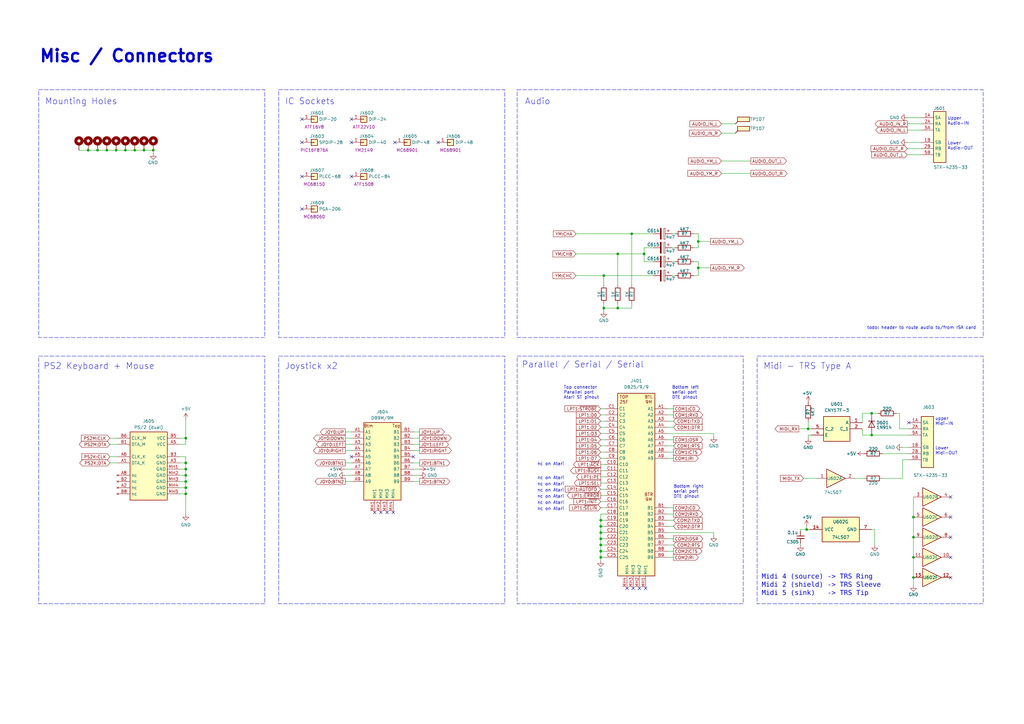
<source format=kicad_sch>
(kicad_sch (version 20230121) (generator eeschema)
  (paper "A3")
  (title_block (title "Raven 68060") (date "2024") (rev "A0") (company "Licensed under CERN-OHL-W v2") (comment 1 "(c)2024 Anders Granlund"))
  (junction (at 264.16 104.14))
  (junction (at 246.38 223.52))
  (junction (at 246.38 218.44))
  (junction (at 253.365 126.365))
  (junction (at 76.2 179.705))
  (junction (at 36.195 61.595))
  (junction (at 259.08 95.885))
  (junction (at 286.385 99.06))
  (junction (at 47.625 61.595))
  (junction (at 55.245 61.595))
  (junction (at 374.65 236.855))
  (junction (at 76.2 202.565))
  (junction (at 374.65 220.345))
  (junction (at 330.835 217.17))
  (junction (at 51.435 61.595))
  (junction (at 76.2 194.945))
  (junction (at 76.2 189.865))
  (junction (at 40.005 61.595))
  (junction (at 59.055 61.595))
  (junction (at 331.47 175.895))
  (junction (at 357.505 178.435))
  (junction (at 43.815 61.595))
  (junction (at 357.505 169.545))
  (junction (at 62.865 61.595))
  (junction (at 247.65 126.365))
  (junction (at 247.65 113.03))
  (junction (at 374.65 228.6))
  (junction (at 246.38 220.98))
  (junction (at 286.385 109.855))
  (junction (at 246.38 226.06))
  (junction (at 374.65 212.09))
  (junction (at 246.38 213.36))
  (junction (at 76.2 192.405))
  (junction (at 246.38 228.6))
  (junction (at 253.365 104.14))
  (junction (at 76.2 197.485))
  (junction (at 246.38 215.9))
  (junction (at 76.2 200.025))
  (no_connect (at 372.745 173.355))
  (no_connect (at 262.255 241.3))
  (no_connect (at 123.825 58.42))
  (no_connect (at 389.89 220.345))
  (no_connect (at 123.825 85.725))
  (no_connect (at 161.29 210.185))
  (no_connect (at 123.825 72.39))
  (no_connect (at 158.75 210.185))
  (no_connect (at 259.715 241.3))
  (no_connect (at 144.145 72.39))
  (no_connect (at 169.545 187.325))
  (no_connect (at 144.145 48.895))
  (no_connect (at 153.67 210.185))
  (no_connect (at 389.89 203.835))
  (no_connect (at 257.175 241.3))
  (no_connect (at 389.89 228.6))
  (no_connect (at 161.925 58.42))
  (no_connect (at 144.145 187.325))
  (no_connect (at 179.705 58.42))
  (no_connect (at 389.89 212.09))
  (no_connect (at 144.145 58.42))
  (no_connect (at 123.825 48.895))
  (no_connect (at 389.89 236.855))
  (no_connect (at 156.21 210.185))
  (no_connect (at 264.795 241.3))
  (wire (pts (xy 357.505 217.17) (xy 358.775 217.17)))
  (wire (pts (xy 361.95 186.055) (xy 372.745 186.055)))
  (wire (pts (xy 76.2 189.865) (xy 76.2 192.405)))
  (wire (pts (xy 32.385 61.595) (xy 36.195 61.595)))
  (wire (pts (xy 236.22 95.885) (xy 259.08 95.885)))
  (wire (pts (xy 358.775 217.17) (xy 358.775 223.52)))
  (wire (pts (xy 284.48 113.03) (xy 286.385 113.03)))
  (wire (pts (xy 292.735 177.8) (xy 292.735 179.07)))
  (wire (pts (xy 47.625 61.595) (xy 51.435 61.595)))
  (wire (pts (xy 295.91 66.04) (xy 307.975 66.04)))
  (wire (pts (xy 253.365 104.14) (xy 253.365 116.84)))
  (wire (pts (xy 370.205 196.215) (xy 370.205 188.595)))
  (wire (pts (xy 45.085 189.865) (xy 48.26 189.865)))
  (wire (pts (xy 259.08 124.46) (xy 259.08 126.365)))
  (wire (pts (xy 246.38 198.12) (xy 248.285 198.12)))
  (wire (pts (xy 236.22 113.03) (xy 247.65 113.03)))
  (wire (pts (xy 286.385 95.885) (xy 284.48 95.885)))
  (wire (pts (xy 55.245 61.595) (xy 59.055 61.595)))
  (wire (pts (xy 246.38 213.36) (xy 248.285 213.36)))
  (wire (pts (xy 367.665 169.545) (xy 368.935 169.545)))
  (wire (pts (xy 246.38 177.8) (xy 248.285 177.8)))
  (wire (pts (xy 172.085 177.165) (xy 169.545 177.165)))
  (wire (pts (xy 370.205 183.515) (xy 372.745 183.515)))
  (wire (pts (xy 273.685 187.96) (xy 276.225 187.96)))
  (wire (pts (xy 76.2 187.325) (xy 76.2 189.865)))
  (wire (pts (xy 73.66 179.705) (xy 76.2 179.705)))
  (wire (pts (xy 353.695 169.545) (xy 357.505 169.545)))
  (wire (pts (xy 141.605 197.485) (xy 144.145 197.485)))
  (wire (pts (xy 253.365 124.46) (xy 253.365 126.365)))
  (wire (pts (xy 273.685 180.34) (xy 276.225 180.34)))
  (wire (pts (xy 372.11 63.5) (xy 377.825 63.5)))
  (wire (pts (xy 332.74 178.435) (xy 331.47 178.435)))
  (wire (pts (xy 247.65 124.46) (xy 247.65 126.365)))
  (wire (pts (xy 275.59 95.885) (xy 276.86 95.885)))
  (wire (pts (xy 45.085 182.245) (xy 48.26 182.245)))
  (wire (pts (xy 246.38 220.98) (xy 248.285 220.98)))
  (wire (pts (xy 275.59 101.6) (xy 276.86 101.6)))
  (wire (pts (xy 247.65 126.365) (xy 247.65 127.635)))
  (wire (pts (xy 267.97 107.315) (xy 264.16 107.315)))
  (wire (pts (xy 236.22 104.14) (xy 253.365 104.14)))
  (wire (pts (xy 253.365 104.14) (xy 264.16 104.14)))
  (wire (pts (xy 259.08 95.885) (xy 259.08 116.84)))
  (wire (pts (xy 330.835 215.9) (xy 330.835 217.17)))
  (wire (pts (xy 246.38 170.18) (xy 248.285 170.18)))
  (wire (pts (xy 141.605 184.785) (xy 144.145 184.785)))
  (wire (pts (xy 273.685 172.72) (xy 276.225 172.72)))
  (wire (pts (xy 273.685 182.88) (xy 276.225 182.88)))
  (wire (pts (xy 172.085 182.245) (xy 169.545 182.245)))
  (wire (pts (xy 59.055 61.595) (xy 62.865 61.595)))
  (wire (pts (xy 73.66 189.865) (xy 76.2 189.865)))
  (wire (pts (xy 372.11 50.8) (xy 377.825 50.8)))
  (wire (pts (xy 73.66 200.025) (xy 76.2 200.025)))
  (wire (pts (xy 273.685 167.64) (xy 276.225 167.64)))
  (wire (pts (xy 73.66 194.945) (xy 76.2 194.945)))
  (wire (pts (xy 246.38 218.44) (xy 248.285 218.44)))
  (wire (pts (xy 73.66 182.245) (xy 76.2 182.245)))
  (wire (pts (xy 246.38 167.64) (xy 248.285 167.64)))
  (wire (pts (xy 264.16 107.315) (xy 264.16 104.14)))
  (wire (pts (xy 264.16 104.14) (xy 264.16 101.6)))
  (wire (pts (xy 73.66 187.325) (xy 76.2 187.325)))
  (wire (pts (xy 353.695 178.435) (xy 357.505 178.435)))
  (wire (pts (xy 141.605 179.705) (xy 144.145 179.705)))
  (wire (pts (xy 286.385 109.855) (xy 291.465 109.855)))
  (wire (pts (xy 286.385 95.885) (xy 286.385 99.06)))
  (wire (pts (xy 328.295 217.17) (xy 328.295 217.805)))
  (wire (pts (xy 247.65 113.03) (xy 267.97 113.03)))
  (wire (pts (xy 172.085 184.785) (xy 169.545 184.785)))
  (wire (pts (xy 264.16 101.6) (xy 267.97 101.6)))
  (wire (pts (xy 273.685 220.98) (xy 276.225 220.98)))
  (wire (pts (xy 246.38 226.06) (xy 248.285 226.06)))
  (wire (pts (xy 172.085 189.865) (xy 169.545 189.865)))
  (wire (pts (xy 327.66 175.895) (xy 331.47 175.895)))
  (wire (pts (xy 353.695 175.895) (xy 353.695 178.435)))
  (wire (pts (xy 246.38 193.04) (xy 248.285 193.04)))
  (wire (pts (xy 246.38 187.96) (xy 248.285 187.96)))
  (wire (pts (xy 73.66 192.405) (xy 76.2 192.405)))
  (wire (pts (xy 76.2 172.085) (xy 76.2 179.705)))
  (wire (pts (xy 246.38 195.58) (xy 248.285 195.58)))
  (wire (pts (xy 253.365 126.365) (xy 259.08 126.365)))
  (wire (pts (xy 374.65 203.835) (xy 374.65 212.09)))
  (wire (pts (xy 286.385 113.03) (xy 286.385 109.855)))
  (wire (pts (xy 374.65 228.6) (xy 374.65 236.855)))
  (wire (pts (xy 141.605 189.865) (xy 144.145 189.865)))
  (wire (pts (xy 246.38 200.66) (xy 248.285 200.66)))
  (wire (pts (xy 374.65 220.345) (xy 374.65 228.6)))
  (wire (pts (xy 372.11 60.96) (xy 377.825 60.96)))
  (wire (pts (xy 374.65 236.855) (xy 374.65 240.03)))
  (wire (pts (xy 246.38 210.82) (xy 246.38 213.36)))
  (wire (pts (xy 273.685 175.26) (xy 276.225 175.26)))
  (wire (pts (xy 246.38 175.26) (xy 248.285 175.26)))
  (wire (pts (xy 141.605 194.945) (xy 144.145 194.945)))
  (wire (pts (xy 329.565 196.215) (xy 335.28 196.215)))
  (wire (pts (xy 286.385 101.6) (xy 286.385 99.06)))
  (wire (pts (xy 246.38 180.34) (xy 248.285 180.34)))
  (wire (pts (xy 247.65 126.365) (xy 253.365 126.365)))
  (wire (pts (xy 286.385 109.855) (xy 286.385 107.315)))
  (wire (pts (xy 273.685 208.28) (xy 276.225 208.28)))
  (wire (pts (xy 45.085 187.325) (xy 48.26 187.325)))
  (wire (pts (xy 286.385 99.06) (xy 291.465 99.06)))
  (wire (pts (xy 62.865 61.595) (xy 62.865 62.865)))
  (wire (pts (xy 76.2 197.485) (xy 76.2 200.025)))
  (wire (pts (xy 246.38 223.52) (xy 246.38 226.06)))
  (wire (pts (xy 246.38 215.9) (xy 248.285 215.9)))
  (wire (pts (xy 246.38 205.74) (xy 248.285 205.74)))
  (wire (pts (xy 331.47 175.895) (xy 331.47 172.72)))
  (wire (pts (xy 273.685 215.9) (xy 276.225 215.9)))
  (wire (pts (xy 172.085 192.405) (xy 169.545 192.405)))
  (wire (pts (xy 284.48 101.6) (xy 286.385 101.6)))
  (wire (pts (xy 141.605 192.405) (xy 144.145 192.405)))
  (wire (pts (xy 246.38 228.6) (xy 246.38 229.87)))
  (wire (pts (xy 357.505 169.545) (xy 357.505 170.18)))
  (wire (pts (xy 295.91 71.12) (xy 307.975 71.12)))
  (wire (pts (xy 172.085 197.485) (xy 169.545 197.485)))
  (wire (pts (xy 372.11 58.42) (xy 377.825 58.42)))
  (wire (pts (xy 273.685 226.06) (xy 276.225 226.06)))
  (wire (pts (xy 372.11 48.26) (xy 377.825 48.26)))
  (wire (pts (xy 374.65 212.09) (xy 374.65 220.345)))
  (wire (pts (xy 141.605 177.165) (xy 144.145 177.165)))
  (wire (pts (xy 246.38 210.82) (xy 248.285 210.82)))
  (wire (pts (xy 295.91 54.61) (xy 301.625 54.61)))
  (wire (pts (xy 368.935 175.895) (xy 372.745 175.895)))
  (wire (pts (xy 76.2 179.705) (xy 76.2 182.245)))
  (wire (pts (xy 246.38 223.52) (xy 248.285 223.52)))
  (wire (pts (xy 45.085 179.705) (xy 48.26 179.705)))
  (wire (pts (xy 273.685 223.52) (xy 276.225 223.52)))
  (wire (pts (xy 350.52 196.215) (xy 354.33 196.215)))
  (wire (pts (xy 273.685 210.82) (xy 276.225 210.82)))
  (wire (pts (xy 328.295 217.17) (xy 330.835 217.17)))
  (wire (pts (xy 247.65 113.03) (xy 247.65 116.84)))
  (wire (pts (xy 331.47 178.435) (xy 331.47 179.705)))
  (wire (pts (xy 172.085 179.705) (xy 169.545 179.705)))
  (wire (pts (xy 172.085 194.945) (xy 169.545 194.945)))
  (wire (pts (xy 372.11 53.34) (xy 377.825 53.34)))
  (wire (pts (xy 40.005 61.595) (xy 43.815 61.595)))
  (wire (pts (xy 36.195 61.595) (xy 40.005 61.595)))
  (wire (pts (xy 73.66 202.565) (xy 76.2 202.565)))
  (wire (pts (xy 246.38 228.6) (xy 248.285 228.6)))
  (wire (pts (xy 357.505 178.435) (xy 357.505 177.8)))
  (wire (pts (xy 275.59 113.03) (xy 276.86 113.03)))
  (wire (pts (xy 246.38 218.44) (xy 246.38 220.98)))
  (wire (pts (xy 246.38 203.2) (xy 248.285 203.2)))
  (wire (pts (xy 76.2 200.025) (xy 76.2 202.565)))
  (wire (pts (xy 370.205 188.595) (xy 372.745 188.595)))
  (wire (pts (xy 246.38 182.88) (xy 248.285 182.88)))
  (wire (pts (xy 357.505 178.435) (xy 372.745 178.435)))
  (wire (pts (xy 330.835 217.17) (xy 332.105 217.17)))
  (wire (pts (xy 51.435 61.595) (xy 55.245 61.595)))
  (wire (pts (xy 246.38 190.5) (xy 248.285 190.5)))
  (wire (pts (xy 353.695 173.355) (xy 353.695 169.545)))
  (wire (pts (xy 286.385 107.315) (xy 284.48 107.315)))
  (wire (pts (xy 357.505 169.545) (xy 360.045 169.545)))
  (wire (pts (xy 292.735 218.44) (xy 292.735 219.71)))
  (wire (pts (xy 246.38 215.9) (xy 246.38 218.44)))
  (wire (pts (xy 273.685 218.44) (xy 292.735 218.44)))
  (wire (pts (xy 368.935 169.545) (xy 368.935 175.895)))
  (wire (pts (xy 273.685 213.36) (xy 276.225 213.36)))
  (wire (pts (xy 295.91 50.8) (xy 301.625 50.8)))
  (wire (pts (xy 246.38 172.72) (xy 248.285 172.72)))
  (wire (pts (xy 141.605 182.245) (xy 144.145 182.245)))
  (wire (pts (xy 273.685 185.42) (xy 276.225 185.42)))
  (wire (pts (xy 76.2 192.405) (xy 76.2 194.945)))
  (wire (pts (xy 246.38 220.98) (xy 246.38 223.52)))
  (wire (pts (xy 246.38 208.28) (xy 248.285 208.28)))
  (wire (pts (xy 76.2 194.945) (xy 76.2 197.485)))
  (wire (pts (xy 246.38 226.06) (xy 246.38 228.6)))
  (wire (pts (xy 76.2 202.565) (xy 76.2 210.82)))
  (wire (pts (xy 273.685 228.6) (xy 276.225 228.6)))
  (wire (pts (xy 246.38 213.36) (xy 246.38 215.9)))
  (wire (pts (xy 73.66 197.485) (xy 76.2 197.485)))
  (wire (pts (xy 328.295 222.885) (xy 328.295 223.52)))
  (wire (pts (xy 246.38 185.42) (xy 248.285 185.42)))
  (wire (pts (xy 273.685 170.18) (xy 276.225 170.18)))
  (wire (pts (xy 47.625 61.595) (xy 43.815 61.595)))
  (wire (pts (xy 273.685 177.8) (xy 292.735 177.8)))
  (wire (pts (xy 259.08 95.885) (xy 267.97 95.885)))
  (wire (pts (xy 331.47 175.895) (xy 332.74 175.895)))
  (wire (pts (xy 275.59 107.315) (xy 276.86 107.315)))
  (wire (pts (xy 361.95 196.215) (xy 370.205 196.215)))
  (rectangle (start 310.515 146.05) (end 403.225 247.65) (stroke (width 0) (type dash)))
  (rectangle (start 114.3 146.05) (end 207.01 247.65) (stroke (width 0) (type dash)))
  (rectangle (start 15.875 146.05) (end 108.585 247.65) (stroke (width 0) (type dash)))
  (rectangle (start 212.09 36.83) (end 403.225 138.43) (stroke (width 0) (type dash)))
  (rectangle (start 212.09 146.05) (end 304.8 247.65) (stroke (width 0) (type dash)))
  (rectangle (start 114.3 36.83) (end 207.01 138.43) (stroke (width 0) (type dash)))
  (rectangle (start 15.875 36.83) (end 108.585 138.43) (stroke (width 0) (type dash)))
  (text "PS2 Keyboard + Mouse" (at 17.78 151.765 0) (effects (font (size 2.54 2.54)) (justify left bottom)))
  (text "Bottom right\nserial port\nDTE pinout" (at 276.225 204.47 0) (effects (font (size 1.27 1.27)) (justify left bottom)))
  (text "IC Sockets" (at 116.84 43.18 0) (effects (font (size 2.54 2.54)) (justify left bottom)))
  (text "Parallel / Serial / Serial" (at 213.995 151.13 0) (effects (font (size 2.54 2.54)) (justify left bottom)))
  (text "Bottom left\nserial port\nDTE pinout" (at 275.59 163.83 0) (effects (font (size 1.27 1.27)) (justify left bottom)))
  (text "Mounting Holes" (at 18.415 43.18 0) (effects (font (size 2.54 2.54)) (justify left bottom)))
  (text "Midi - TRS Type A" (at 313.055 151.765 0) (effects (font (size 2.54 2.54)) (justify left bottom)))
  (text "Lower\nAudio-OUT" (at 388.62 61.595 0) (effects (font (size 1.27 1.27)) (justify left bottom)))
  (text "nc on Atari\n" (at 220.345 199.39 0) (effects (font (size 1.27 1.27)) (justify left bottom)))
  (text "nc on Atari\n" (at 220.345 204.47 0) (effects (font (size 1.27 1.27)) (justify left bottom)))
  (text "todo: header to route audio to/from ISA card" (at 355.6 135.255 0) (effects (font (size 1.27 1.27)) (justify left bottom)))
  (text "nc on Atari\n" (at 220.345 196.85 0) (effects (font (size 1.27 1.27)) (justify left bottom)))
  (text "Midi 4 (source) -> TRS Ring\nMidi 2 (shield) -> TRS Sleeve\nMidi 5 (sink)   -> TRS Tip" (at 312.42 245.11 0) (effects (font (size 2 2)) (justify left bottom)))
  (text "nc on Atari\n" (at 220.345 191.135 0) (effects (font (size 1.27 1.27)) (justify left bottom)))
  (text "nc on Atari\n" (at 220.345 207.01 0) (effects (font (size 1.27 1.27)) (justify left bottom)))
  (text "nc on Atari\n" (at 220.345 201.93 0) (effects (font (size 1.27 1.27)) (justify left bottom)))
  (text "Misc / Connectors" (at 15.875 26.035 0) (effects (font (size 5 5) bold) (justify left bottom)))
  (text "upper\nMidi-IN" (at 383.54 174.625 0) (effects (font (size 1.27 1.27)) (justify left bottom)))
  (text "Top connector\nParallel port\nAtari ST pinout" (at 231.14 163.83 0) (effects (font (size 1.27 1.27)) (justify left bottom)))
  (text "Joystick x2" (at 116.84 151.765 0) (effects (font (size 2.54 2.54)) (justify left bottom)))
  (text "Lower\nMidi-OUT" (at 383.54 186.69 0) (effects (font (size 1.27 1.27)) (justify left bottom)))
  (text "Audio" (at 215.265 43.18 0) (effects (font (size 2.54 2.54)) (justify left bottom)))
  (text "Upper\nAudio-IN" (at 388.62 51.435 0) (effects (font (size 1.27 1.27)) (justify left bottom)))
  (text "nc on Atari\n" (at 220.345 209.55 0) (effects (font (size 1.27 1.27)) (justify left bottom)))
  (global_label "MIDI_RX" (shape output) (at 327.66 175.895 180) (property "Intersheetrefs" "${INTERSHEET_REFS}" (effects hide)))
  (global_label "LPT1:D6" (shape input) (at 246.38 185.42 180) (property "Intersheetrefs" "${INTERSHEET_REFS}" (effects hide)))
  (global_label "LPT1:D5" (shape input) (at 246.38 182.88 180) (property "Intersheetrefs" "${INTERSHEET_REFS}" (effects hide)))
  (global_label "COM1:DTR" (shape input) (at 276.225 175.26 0) (property "Intersheetrefs" "${INTERSHEET_REFS}" (effects hide)))
  (global_label "PS2K:CLK" (shape input) (at 45.085 187.325 180) (property "Intersheetrefs" "${INTERSHEET_REFS}" (effects hide)))
  (global_label "COM1:RTS" (shape input) (at 276.225 182.88 0) (property "Intersheetrefs" "${INTERSHEET_REFS}" (effects hide)))
  (global_label "COM2:CTS" (shape output) (at 276.225 226.06 0) (property "Intersheetrefs" "${INTERSHEET_REFS}" (effects hide)))
  (global_label "COM1:RI" (shape output) (at 276.225 187.96 0) (property "Intersheetrefs" "${INTERSHEET_REFS}" (effects hide)))
  (global_label "AUDIO_OUT_R" (shape input) (at 372.11 60.96 180) (property "Intersheetrefs" "${INTERSHEET_REFS}" (effects hide)))
  (global_label "COM1:RXD" (shape output) (at 276.225 170.18 0) (property "Intersheetrefs" "${INTERSHEET_REFS}" (effects hide)))
  (global_label "AUDIO_YM_R" (shape input) (at 295.91 71.12 180) (property "Intersheetrefs" "${INTERSHEET_REFS}" (effects hide)))
  (global_label "COM1:TXD" (shape input) (at 276.225 172.72 0) (property "Intersheetrefs" "${INTERSHEET_REFS}" (effects hide)))
  (global_label "LPT1:SEL" (shape output) (at 246.38 198.12 180) (property "Intersheetrefs" "${INTERSHEET_REFS}" (effects hide)))
  (global_label "COM2:RI" (shape output) (at 276.225 228.6 0) (property "Intersheetrefs" "${INTERSHEET_REFS}" (effects hide)))
  (global_label "LPT1:~{BUSY}" (shape output) (at 246.38 193.04 180) (property "Intersheetrefs" "${INTERSHEET_REFS}" (effects hide)))
  (global_label "YM:CHB" (shape input) (at 236.22 104.14 180) (property "Intersheetrefs" "${INTERSHEET_REFS}" (effects hide)))
  (global_label "LPT1:~{STROBE}" (shape input) (at 246.38 167.64 180) (property "Intersheetrefs" "${INTERSHEET_REFS}" (effects hide)))
  (global_label "JOY0:BTN2" (shape output) (at 141.605 197.485 180) (property "Intersheetrefs" "${INTERSHEET_REFS}" (effects hide)))
  (global_label "PS2K:DTA" (shape bidirectional) (at 45.085 189.865 180) (property "Intersheetrefs" "${INTERSHEET_REFS}" (effects hide)))
  (global_label "LPT1:D1" (shape input) (at 246.38 172.72 180) (property "Intersheetrefs" "${INTERSHEET_REFS}" (effects hide)))
  (global_label "JOY0:LEFT" (shape output) (at 141.605 182.245 180) (property "Intersheetrefs" "${INTERSHEET_REFS}" (effects hide)))
  (global_label "AUDIO_YM_R" (shape output) (at 291.465 109.855 0) (property "Intersheetrefs" "${INTERSHEET_REFS}" (effects hide)))
  (global_label "JOY1:BTN1" (shape output) (at 172.085 189.865 0) (property "Intersheetrefs" "${INTERSHEET_REFS}" (effects hide)))
  (global_label "COM2:DSR" (shape output) (at 276.225 220.98 0) (property "Intersheetrefs" "${INTERSHEET_REFS}" (effects hide)))
  (global_label "LPT1:D4" (shape input) (at 246.38 180.34 180) (property "Intersheetrefs" "${INTERSHEET_REFS}" (effects hide)))
  (global_label "COM2:RTS" (shape input) (at 276.225 223.52 0) (property "Intersheetrefs" "${INTERSHEET_REFS}" (effects hide)))
  (global_label "LPT1:PE" (shape output) (at 246.38 195.58 180) (property "Intersheetrefs" "${INTERSHEET_REFS}" (effects hide)))
  (global_label "AUDIO_OUT_L" (shape output) (at 307.975 66.04 0) (property "Intersheetrefs" "${INTERSHEET_REFS}" (effects hide)))
  (global_label "COM2:TXD" (shape input) (at 276.225 213.36 0) (property "Intersheetrefs" "${INTERSHEET_REFS}" (effects hide)))
  (global_label "COM2:DTR" (shape input) (at 276.225 215.9 0) (property "Intersheetrefs" "${INTERSHEET_REFS}" (effects hide)))
  (global_label "LPT1:D0" (shape input) (at 246.38 170.18 180) (property "Intersheetrefs" "${INTERSHEET_REFS}" (effects hide)))
  (global_label "JOY1:LEFT" (shape output) (at 172.085 182.245 0) (property "Intersheetrefs" "${INTERSHEET_REFS}" (effects hide)))
  (global_label "AUDIO_IN_L" (shape input) (at 295.91 50.8 180) (property "Intersheetrefs" "${INTERSHEET_REFS}" (effects hide)))
  (global_label "LPT1:~{INIT}" (shape input) (at 246.38 205.74 180) (property "Intersheetrefs" "${INTERSHEET_REFS}" (effects hide)))
  (global_label "JOY0:RIGHT" (shape output) (at 141.605 184.785 180) (property "Intersheetrefs" "${INTERSHEET_REFS}" (effects hide)))
  (global_label "YM:CHC" (shape input) (at 236.22 113.03 180) (property "Intersheetrefs" "${INTERSHEET_REFS}" (effects hide)))
  (global_label "JOY1:RIGHT" (shape output) (at 172.085 184.785 0) (property "Intersheetrefs" "${INTERSHEET_REFS}" (effects hide)))
  (global_label "JOY0:UP" (shape output) (at 141.605 177.165 180) (property "Intersheetrefs" "${INTERSHEET_REFS}" (effects hide)))
  (global_label "AUDIO_IN_R" (shape input) (at 295.91 54.61 180) (property "Intersheetrefs" "${INTERSHEET_REFS}" (effects hide)))
  (global_label "AUDIO_YM_L" (shape output) (at 291.465 99.06 0) (property "Intersheetrefs" "${INTERSHEET_REFS}" (effects hide)))
  (global_label "AUDIO_YM_L" (shape input) (at 295.91 66.04 180) (property "Intersheetrefs" "${INTERSHEET_REFS}" (effects hide)))
  (global_label "LPT1:D7" (shape input) (at 246.38 187.96 180) (property "Intersheetrefs" "${INTERSHEET_REFS}" (effects hide)))
  (global_label "COM1:CD" (shape output) (at 276.225 167.64 0) (property "Intersheetrefs" "${INTERSHEET_REFS}" (effects hide)))
  (global_label "LPT1:~{ERROR}" (shape output) (at 246.38 203.2 180) (property "Intersheetrefs" "${INTERSHEET_REFS}" (effects hide)))
  (global_label "LPT1:~{SELIN}" (shape input) (at 246.38 208.28 180) (property "Intersheetrefs" "${INTERSHEET_REFS}" (effects hide)))
  (global_label "COM2:CD" (shape output) (at 276.225 208.28 0) (property "Intersheetrefs" "${INTERSHEET_REFS}" (effects hide)))
  (global_label "AUDIO_IN_L" (shape output) (at 372.11 53.34 180) (property "Intersheetrefs" "${INTERSHEET_REFS}" (effects hide)))
  (global_label "COM2:RXD" (shape output) (at 276.225 210.82 0) (property "Intersheetrefs" "${INTERSHEET_REFS}" (effects hide)))
  (global_label "PS2M:DTA" (shape bidirectional) (at 45.085 182.245 180) (property "Intersheetrefs" "${INTERSHEET_REFS}" (effects hide)))
  (global_label "JOY1:BTN2" (shape output) (at 172.085 197.485 0) (property "Intersheetrefs" "${INTERSHEET_REFS}" (effects hide)))
  (global_label "COM1:DSR" (shape output) (at 276.225 180.34 0) (property "Intersheetrefs" "${INTERSHEET_REFS}" (effects hide)))
  (global_label "MIDI_TX" (shape input) (at 329.565 196.215 180) (property "Intersheetrefs" "${INTERSHEET_REFS}" (effects hide)))
  (global_label "AUDIO_OUT_L" (shape input) (at 372.11 63.5 180) (property "Intersheetrefs" "${INTERSHEET_REFS}" (effects hide)))
  (global_label "PS2M:CLK" (shape input) (at 45.085 179.705 180) (property "Intersheetrefs" "${INTERSHEET_REFS}" (effects hide)))
  (global_label "COM1:CTS" (shape output) (at 276.225 185.42 0) (property "Intersheetrefs" "${INTERSHEET_REFS}" (effects hide)))
  (global_label "LPT1:D2" (shape input) (at 246.38 175.26 180) (property "Intersheetrefs" "${INTERSHEET_REFS}" (effects hide)))
  (global_label "JOY0:BTN1" (shape output) (at 141.605 189.865 180) (property "Intersheetrefs" "${INTERSHEET_REFS}" (effects hide)))
  (global_label "YM:CHA" (shape input) (at 236.22 95.885 180) (property "Intersheetrefs" "${INTERSHEET_REFS}" (effects hide)))
  (global_label "JOY1:DOWN" (shape output) (at 172.085 179.705 0) (property "Intersheetrefs" "${INTERSHEET_REFS}" (effects hide)))
  (global_label "JOY1:UP" (shape output) (at 172.085 177.165 0) (property "Intersheetrefs" "${INTERSHEET_REFS}" (effects hide)))
  (global_label "AUDIO_IN_R" (shape output) (at 372.11 50.8 180) (property "Intersheetrefs" "${INTERSHEET_REFS}" (effects hide)))
  (global_label "AUDIO_OUT_R" (shape output) (at 307.975 71.12 0) (property "Intersheetrefs" "${INTERSHEET_REFS}" (effects hide)))
  (global_label "LPT1:~{AUTOFD}" (shape input) (at 246.38 200.66 180) (property "Intersheetrefs" "${INTERSHEET_REFS}" (effects hide)))
  (global_label "LPT1:~{ACK}" (shape output) (at 246.38 190.5 180) (property "Intersheetrefs" "${INTERSHEET_REFS}" (effects hide)))
  (global_label "LPT1:D3" (shape input) (at 246.38 177.8 180) (property "Intersheetrefs" "${INTERSHEET_REFS}" (effects hide)))
  (global_label "JOY0:DOWN" (shape output) (at 141.605 179.705 180) (property "Intersheetrefs" "${INTERSHEET_REFS}" (effects hide)))
  (symbol (lib_id "68k:STX-4235-33") (at 377.825 48.26 0) (unit 1)
    (property "Reference" "J601" (at 382.905 44.45 0) (effects (justify left)))
    (property "Value" "STX-4235-33" (at 382.905 68.58 0) (effects (justify left)))
    (property "Footprint" "68k:STX4235-33" (effects hide))
    (property "Datasheet" "https://www.kycon.com/Pub_Eng_Draw/STX-4235-3-3-N.pdf" (effects hide))
    (property "Mouser Part Number" "806-STX-4235-3/3-N" (effects hide))
    (property "Manufacturer_Name" "Kycon" (effects hide))
    (property "Manufacturer_Part_Number" "STX-4235-3/3-N" (effects hide))
  )
  (symbol (lib_id "power:+5V") (at 354.33 186.055 90) (unit 1)
    (property "Reference" "#PWR?" (effects hide))
    (property "Value" "+5V" (at 351.155 186.055 90) (effects (justify left)))
    (instances (project "raven" (path "" (reference "#PWR?") (unit 1)) (path "" (reference "#PWR0404") (unit 1)) (path "" (reference "#PWR0434") (unit 1)) (path "" (reference "#PWR0614") (unit 1))))
  )
  (symbol (lib_id "68k:ATX_Hole") (at 59.055 59.055 0) (unit 1) (in_bom no)
    (property "Reference" "H?" (effects hide))
    (property "Value" "MountingHole_Pad-Mechanical" (effects hide))
    (property "Footprint" "68k:ATX_hole" (effects hide))
    (instances (project "raven" (path "" (reference "H?") (unit 1)) (path "" (reference "H208") (unit 1)) (path "" (reference "H608") (unit 1))))
  )
  (symbol (lib_id "Connector_Generic:Conn_01x01") (at 128.905 85.725 0) (unit 1) (on_board no)
    (property "Reference" "JX609" (at 127 83.185 0) (effects (justify left)))
    (property "Value" "PGA-206" (at 130.81 85.725 0) (effects (justify left)))
    (property "IC" "MC68060" (at 128.905 88.9 0))
    (property "Manufacturer_Name" "Archi-TECH" (effects hide))
    (property "Manufacturer_Part_Number" "1870-5222B" (effects hide))
  )
  (symbol (lib_id "Connector_Generic:Conn_01x01") (at 128.905 58.42 0) (unit 1) (on_board no)
    (property "Reference" "JX603" (at 127 55.88 0) (effects (justify left)))
    (property "Value" "SPDIP-28" (at 130.81 58.42 0) (effects (justify left)))
    (property "Footprint" "Package_DIP:DIP-28_W7.62mm_Socket" (effects hide))
    (property "IC" "PIC16F876A" (at 128.905 61.595 0))
    (property "Manufacturer_Name" "TE Connectivity" (effects hide))
    (property "Manufacturer_Part_Number" "1-2199298-9" (effects hide))
  )
  (symbol (lib_id "Diode:1N914") (at 357.505 173.99 270) (unit 1)
    (property "Reference" "D601" (at 359.41 173.355 90) (effects (justify left)))
    (property "Value" "1N914" (at 359.41 175.26 90) (effects (justify left)))
    (property "Footprint" "Diode_SMD:D_SOD-123F" (effects hide))
    (property "Datasheet" "http://www.vishay.com/docs/85622/1n914.pdf" (effects hide))
    (property "Sim.Device" "D" (effects hide))
    (property "Sim.Pins" "1=K 2=A" (effects hide))
    (property "Manufacturer_Name" "Taiwan Semiconductor" (effects hide))
    (property "Manufacturer_Part_Number" "1N914BW RHG" (effects hide))
  )
  (symbol (lib_id "68k:ATX_Hole") (at 32.385 59.055 0) (unit 1) (in_bom no)
    (property "Reference" "H?" (effects hide))
    (property "Value" "MountingHole_Pad-Mechanical" (effects hide))
    (property "Footprint" "68k:ATX_hole" (effects hide))
    (instances (project "raven" (path "" (reference "H?") (unit 1)) (path "" (reference "H201") (unit 1)) (path "" (reference "H601") (unit 1))))
  )
  (symbol (lib_id "power:GND") (at 372.11 48.26 270) (unit 1)
    (property "Reference" "#PWR?" (effects hide))
    (property "Value" "GND" (at 368.935 48.26 90) (effects (justify right)))
    (instances (project "raven" (path "" (reference "#PWR?") (unit 1)) (path "" (reference "#PWR0338") (unit 1)) (path "" (reference "#PWR0415") (unit 1)) (path "" (reference "#PWR0437") (unit 1)) (path "" (reference "#PWR0601") (unit 1))))
  )
  (symbol (lib_id "74xx:74LS07") (at 382.27 212.09 0) (unit 3)
    (property "Reference" "U602" (at 381.635 212.09 0))
    (property "Value" "74LS07" (effects hide))
    (property "Footprint" "Package_SO:SOIC-14_3.9x8.7mm_P1.27mm" (effects hide))
    (property "Datasheet" "www.ti.com/lit/ds/symlink/sn74ls07.pdf" (effects hide))
    (property "Manufacturer_Name" "TI" (effects hide))
    (property "Manufacturer_Part_Number" "SN74LS07DR" (effects hide))
  )
  (symbol (lib_id "68k:STX-4235-33") (at 372.745 173.355 0) (unit 1)
    (property "Reference" "J603" (at 378.46 167.005 0) (effects (justify left)))
    (property "Value" "STX-4235-33" (at 374.65 194.945 0) (effects (justify left)))
    (property "Footprint" "68k:STX4235-33" (effects hide))
    (property "Datasheet" "https://www.kycon.com/Pub_Eng_Draw/STX-4235-3-3-N.pdf" (effects hide))
    (property "Mouser Part Number" "806-STX-4235-3/3-N" (effects hide))
    (property "Manufacturer_Name" "Kycon" (effects hide))
    (property "Manufacturer_Part_Number" "STX-4235-3/3-N" (effects hide))
  )
  (symbol (lib_id "Connector_Generic:Conn_01x01") (at 128.905 48.895 0) (unit 1) (on_board no)
    (property "Reference" "JX601" (at 127 46.355 0) (effects (justify left)))
    (property "Value" "DIP-20" (at 130.81 48.895 0) (effects (justify left)))
    (property "Footprint" "Package_DIP:DIP-20_W7.62mm_Socket" (effects hide))
    (property "IC" "ATF16V8" (at 128.905 52.07 0))
    (property "Manufacturer_Name" "TE Connectivity" (effects hide))
    (property "Manufacturer_Part_Number" "1-2199298-6" (effects hide))
  )
  (symbol (lib_id "68k:ATX_Hole") (at 36.195 59.055 0) (unit 1) (in_bom no)
    (property "Reference" "H?" (effects hide))
    (property "Value" "MountingHole_Pad-Mechanical" (effects hide))
    (property "Footprint" "68k:ATX_hole" (effects hide))
    (instances (project "raven" (path "" (reference "H?") (unit 1)) (path "" (reference "H202") (unit 1)) (path "" (reference "H602") (unit 1))))
  )
  (symbol (lib_id "power:GND") (at 328.295 223.52 0) (unit 1)
    (property "Reference" "#PWR?" (effects hide))
    (property "Value" "GND" (at 328.295 227.33 0))
    (instances (project "raven" (path "" (reference "#PWR?") (unit 1)) (path "" (reference "#PWR0338") (unit 1)) (path "" (reference "#PWR0415") (unit 1)) (path "" (reference "#PWR0437") (unit 1)) (path "" (reference "#PWR0622") (unit 1))))
  )
  (symbol (lib_id "68k:DB9M/9M") (at 144.145 177.165 0) (unit 1)
    (property "Reference" "J604" (at 156.845 168.91 0))
    (property "Value" "DB9M/9M" (at 156.845 171.45 0))
    (property "Footprint" "K42XE9PPA4NJ" (effects hide))
    (property "Datasheet" "https://componentsearchengine.com/Datasheets/1/K42X-E9P_P-A4NJ.pdf" (effects hide))
    (property "Height" "31.6" (effects hide))
    (property "Mouser Part Number" "806-K42X-E9P/P-A4NJ" (effects hide))
    (property "Mouser Price/Stock" "https://www.mouser.com/Search/Refine.aspx?Keyword=806-K42X-E9P%2FP-A4NJ" (effects hide))
    (property "Manufacturer_Name" "Kycon" (effects hide))
    (property "Manufacturer_Part_Number" "K42X-E9P/P-A4NJ" (effects hide))
  )
  (symbol (lib_id "power:+5V") (at 331.47 165.1 0) (unit 1)
    (property "Reference" "#PWR?" (effects hide))
    (property "Value" "+5V" (at 328.93 161.29 0) (effects (justify left)))
    (instances (project "raven" (path "" (reference "#PWR?") (unit 1)) (path "" (reference "#PWR0404") (unit 1)) (path "" (reference "#PWR0434") (unit 1)) (path "" (reference "#PWR0609") (unit 1))))
  )
  (symbol (lib_id "Connector_Generic:Conn_01x01") (at 149.225 48.895 0) (unit 1) (on_board no)
    (property "Reference" "JX602" (at 147.32 46.355 0) (effects (justify left)))
    (property "Value" "DIP-24" (at 151.13 48.895 0) (effects (justify left)))
    (property "Footprint" "Package_DIP:DIP-24_W7.62mm_Socket" (effects hide))
    (property "IC" "ATF22V10" (at 149.225 52.07 0))
    (property "Manufacturer_Name" "TE Connectivity" (effects hide))
    (property "Manufacturer_Part_Number" "1-2199298-8" (effects hide))
  )
  (symbol (lib_id "68k:ATX_Hole") (at 40.005 59.055 0) (unit 1) (in_bom no)
    (property "Reference" "H?" (effects hide))
    (property "Value" "MountingHole_Pad-Mechanical" (effects hide))
    (property "Footprint" "68k:ATX_hole" (effects hide))
    (instances (project "raven" (path "" (reference "H?") (unit 1)) (path "" (reference "H203") (unit 1)) (path "" (reference "H603") (unit 1))))
  )
  (symbol (lib_id "Device:R") (at 259.08 120.65 0) (unit 1)
    (property "Reference" "R?" (at 259.08 120.65 90))
    (property "Value" "1K" (at 257.175 120.65 90))
    (property "Footprint" "Resistor_SMD:R_1206_3216Metric_Pad1.30x1.75mm_HandSolder" (effects hide))
    (property "Manufacturer_Name" "Yageo" (effects hide))
    (property "Manufacturer_Part_Number" "RT1206FRE071KL" (effects hide))
    (instances (project "raven" (path "" (reference "R?") (unit 1)) (path "" (reference "R19") (unit 1)) (path "" (reference "R401") (unit 1)) (path "" (reference "R412") (unit 1)) (path "" (reference "R617") (unit 1))))
  )
  (symbol (lib_id "power:GND") (at 374.65 240.03 0) (unit 1)
    (property "Reference" "#PWR?" (effects hide))
    (property "Value" "GND" (at 374.65 243.84 0))
    (instances (project "raven" (path "" (reference "#PWR?") (unit 1)) (path "" (reference "#PWR0338") (unit 1)) (path "" (reference "#PWR0415") (unit 1)) (path "" (reference "#PWR0437") (unit 1)) (path "" (reference "#PWR0604") (unit 1))))
  )
  (symbol (lib_id "Connector:TestPoint_Flag") (at 301.625 54.61 0) (unit 1) (in_bom no)
    (property "Reference" "TP107" (at 313.69 52.705 0) (effects (justify right)))
    (property "Value" "TP_CPLD_IOA5" (effects hide))
    (property "Footprint" "TestPoint:TestPoint_Pad_1.5x1.5mm" (effects hide))
    (instances (project "raven" (path "" (reference "TP107") (unit 1)) (path "" (reference "TP602") (unit 1))))
  )
  (symbol (lib_id "Device:R") (at 363.855 169.545 270) (unit 1)
    (property "Reference" "R?" (at 363.855 169.545 90))
    (property "Value" "220" (at 363.855 167.64 90))
    (property "Footprint" "Resistor_SMD:R_1206_3216Metric_Pad1.30x1.75mm_HandSolder" (effects hide))
    (property "Manufacturer_Name" "Yageo" (effects hide))
    (property "Manufacturer_Part_Number" "RT1206FRE07220RL" (effects hide))
    (instances (project "raven" (path "" (reference "R?") (unit 1)) (path "" (reference "R19") (unit 1)) (path "" (reference "R401") (unit 1)) (path "" (reference "R415") (unit 1)) (path "" (reference "R607") (unit 1))))
  )
  (symbol (lib_id "68k:PS/2 (dual)") (at 48.26 179.705 0) (unit 1)
    (property "Reference" "J605" (at 60.96 172.72 0))
    (property "Value" "PS/2 (dual)" (at 60.96 175.26 0))
    (property "Footprint" "KMDGX6SGPS4N" (effects hide))
    (property "Datasheet" "https://www.mouser.se/datasheet/2/222/KMDGX_STACKED-334813.pdf" (effects hide))
    (property "Height" "28.55" (effects hide))
    (property "Mouser Part Number" "806-KMDGX-6SGP-S4N" (effects hide))
    (property "Mouser Price/Stock" "https://www.mouser.co.uk/ProductDetail/Kycon/KMDGX-6SG-P-S4N?qs=wzaPhkLM3Q5CI9SGP7X58Q%3D%3D" (effects hide))
    (property "Manufacturer_Name" "Kycon" (effects hide))
    (property "Manufacturer_Part_Number" "KMDGX-6SG/P-S4N" (effects hide))
  )
  (symbol (lib_id "Connector_Generic:Conn_01x01") (at 149.225 72.39 0) (unit 1) (on_board no)
    (property "Reference" "JX608" (at 147.32 69.85 0) (effects (justify left)))
    (property "Value" "PLCC-84" (at 151.13 72.39 0) (effects (justify left)))
    (property "Footprint" "Package_LCC:PLCC-84_THT-Socket" (effects hide))
    (property "IC" "ATF1508" (at 149.225 75.565 0))
    (property "Manufacturer_Name" "Preci-dip" (effects hide))
    (property "Manufacturer_Part_Number" "540-88-084-24-008" (effects hide))
  )
  (symbol (lib_id "power:+5V") (at 172.085 192.405 270) (mirror x) (unit 1)
    (property "Reference" "#PWR0616" (effects hide))
    (property "Value" "+5V" (at 174.625 192.405 90) (effects (justify left)))
  )
  (symbol (lib_id "Connector_Generic:Conn_01x01") (at 167.005 58.42 0) (unit 1) (on_board no)
    (property "Reference" "JX605" (at 165.1 55.88 0) (effects (justify left)))
    (property "Value" "DIP-48" (at 168.91 58.42 0) (effects (justify left)))
    (property "Footprint" "Package_DIP:DIP-48_W15.24mm_Socket" (effects hide))
    (property "IC" "MC68901" (at 167.005 61.595 0))
    (property "Manufacturer_Name" "3M" (effects hide))
    (property "Manufacturer_Part_Number" "4848-6000-CP" (effects hide))
  )
  (symbol (lib_id "power:+5V") (at 141.605 192.405 90) (unit 1)
    (property "Reference" "#PWR0615" (effects hide))
    (property "Value" "+5V" (at 139.065 192.405 90) (effects (justify left)))
  )
  (symbol (lib_id "68k:CNY17F-3") (at 360.68 173.355 0) (mirror y) (unit 1)
    (property "Reference" "U601" (at 343.2175 165.735 0))
    (property "Value" "CNY17F-3" (at 343.2175 168.275 0))
    (property "Footprint" "DIP762W60P254L730H430Q6N" (effects hide))
    (property "Datasheet" "https://componentsearchengine.com/Datasheets/2/CNY17F-3.pdf" (effects hide))
    (property "Height" "4.3" (effects hide))
    (property "Mouser Part Number" "782-CNY17F-3" (effects hide))
    (property "Mouser Price/Stock" "https://www.mouser.co.uk/ProductDetail/Vishay-Semiconductors/CNY17F-3?qs=xCMk%252BIHWTZPgGZuXIQVmMQ%3D%3D" (effects hide))
    (property "Manufacturer_Name" "Vishay" (effects hide))
    (property "Manufacturer_Part_Number" "CNY17F-3" (effects hide))
  )
  (symbol (lib_id "Device:R") (at 280.67 101.6 270) (unit 1)
    (property "Reference" "R?" (at 280.67 101.6 90))
    (property "Value" "4K7" (at 280.67 99.695 90))
    (property "Footprint" "Resistor_SMD:R_1206_3216Metric_Pad1.30x1.75mm_HandSolder" (effects hide))
    (property "Manufacturer_Name" "Yageo" (effects hide))
    (property "Manufacturer_Part_Number" "RT1206FRE074K7L" (effects hide))
    (instances (project "raven" (path "" (reference "R?") (unit 1)) (path "" (reference "R19") (unit 1)) (path "" (reference "R401") (unit 1)) (path "" (reference "R412") (unit 1)) (path "" (reference "R619") (unit 1))))
  )
  (symbol (lib_id "power:GND") (at 358.775 223.52 0) (unit 1)
    (property "Reference" "#PWR?" (effects hide))
    (property "Value" "GND" (at 358.775 227.33 0))
    (instances (project "raven" (path "" (reference "#PWR?") (unit 1)) (path "" (reference "#PWR0338") (unit 1)) (path "" (reference "#PWR0415") (unit 1)) (path "" (reference "#PWR0437") (unit 1)) (path "" (reference "#PWR0623") (unit 1))))
  )
  (symbol (lib_name "c_100nf_smd1206_1") (lib_id "68k:c_100nf_smd1206") (at 328.295 220.345 0) (unit 1)
    (property "Reference" "C305" (at 325.12 222.25 0))
    (property "Value" "0.1u" (at 325.12 218.44 0))
    (property "Footprint" "Capacitor_SMD:C_1206_3216Metric_Pad1.33x1.80mm_HandSolder" (effects hide))
    (property "Datasheet" "https://www.mouser.se/datasheet/2/447/KEM_C1002_X7R_SMD-3316098.pdf" (effects hide))
    (property "Manufacturer_Name" "Kemet" (effects hide))
    (property "Manufacturer_Part_Number" "C1206C104K5RACTU" (effects hide))
    (instances (project "raven" (path "" (reference "C305") (unit 1)) (path "" (reference "C408") (unit 1)) (path "" (reference "C420") (unit 1)) (path "" (reference "C606") (unit 1))))
  )
  (symbol (lib_id "68k:DB25/9/9") (at 248.285 163.195 0) (unit 1)
    (property "Reference" "J401" (at 260.985 156.21 0))
    (property "Value" "DB25/9/9" (at 260.985 158.75 0))
    (property "Footprint" "68k:L17H26R0121" (effects hide))
    (property "Datasheet" "https://cdn.amphenol-cs.com/media/wysiwyg/files/documentation/datasheet/inputoutput/l17h_stacked_dsub.pdf" (effects hide))
    (property "Mouser Part Number" "523-L17H26R0121" (effects hide))
    (property "Manufacturer_Name" "Amphenol" (effects hide))
    (property "Manufacturer_Part_Number" "L17H26R0121" (effects hide))
    (instances (project "raven" (path "" (reference "J401") (unit 1)) (path "" (reference "J602") (unit 1))))
  )
  (symbol (lib_id "68k:ATX_Hole") (at 47.625 59.055 0) (unit 1) (in_bom no)
    (property "Reference" "H?" (effects hide))
    (property "Value" "MountingHole_Pad-Mechanical" (effects hide))
    (property "Footprint" "68k:ATX_hole" (effects hide))
    (instances (project "raven" (path "" (reference "H?") (unit 1)) (path "" (reference "H205") (unit 1)) (path "" (reference "H605") (unit 1))))
  )
  (symbol (lib_id "power:GND") (at 172.085 194.945 90) (mirror x) (unit 1)
    (property "Reference" "#PWR0618" (effects hide))
    (property "Value" "GND" (at 175.26 194.945 90) (effects (justify right)))
  )
  (symbol (lib_id "Device:R") (at 280.67 95.885 270) (unit 1)
    (property "Reference" "R?" (at 280.67 95.885 90))
    (property "Value" "4K7" (at 280.67 93.98 90))
    (property "Footprint" "Resistor_SMD:R_1206_3216Metric_Pad1.30x1.75mm_HandSolder" (effects hide))
    (property "Manufacturer_Name" "Yageo" (effects hide))
    (property "Manufacturer_Part_Number" "RT1206FRE074K7L" (effects hide))
    (instances (project "raven" (path "" (reference "R?") (unit 1)) (path "" (reference "R19") (unit 1)) (path "" (reference "R401") (unit 1)) (path "" (reference "R412") (unit 1)) (path "" (reference "R618") (unit 1))))
  )
  (symbol (lib_id "Device:R") (at 247.65 120.65 0) (unit 1)
    (property "Reference" "R?" (at 247.65 120.65 90))
    (property "Value" "1K" (at 245.745 120.65 90))
    (property "Footprint" "Resistor_SMD:R_1206_3216Metric_Pad1.30x1.75mm_HandSolder" (effects hide))
    (property "Manufacturer_Name" "Yageo" (effects hide))
    (property "Manufacturer_Part_Number" "RT1206FRE071KL" (effects hide))
    (instances (project "raven" (path "" (reference "R?") (unit 1)) (path "" (reference "R19") (unit 1)) (path "" (reference "R401") (unit 1)) (path "" (reference "R412") (unit 1)) (path "" (reference "R615") (unit 1))))
  )
  (symbol (lib_id "74xx:74LS07") (at 382.27 203.835 0) (unit 2)
    (property "Reference" "U602" (at 381.635 203.835 0))
    (property "Value" "74LS07" (effects hide))
    (property "Footprint" "Package_SO:SOIC-14_3.9x8.7mm_P1.27mm" (effects hide))
    (property "Datasheet" "www.ti.com/lit/ds/symlink/sn74ls07.pdf" (effects hide))
    (property "Manufacturer_Name" "TI" (effects hide))
    (property "Manufacturer_Part_Number" "SN74LS07DR" (effects hide))
  )
  (symbol (lib_id "power:GND") (at 62.865 62.865 0) (unit 1)
    (property "Reference" "#PWR?" (effects hide))
    (property "Value" "GND" (at 64.77 66.675 0) (effects (justify right)))
    (instances (project "raven" (path "" (reference "#PWR?") (unit 1)) (path "" (reference "#PWR0230") (unit 1)) (path "" (reference "#PWR0603") (unit 1))))
  )
  (symbol (lib_id "Device:R") (at 358.14 196.215 90) (unit 1)
    (property "Reference" "R?" (at 358.14 196.215 90))
    (property "Value" "220" (at 358.14 198.12 90))
    (property "Footprint" "Resistor_SMD:R_1206_3216Metric_Pad1.30x1.75mm_HandSolder" (effects hide))
    (property "Manufacturer_Name" "Yageo" (effects hide))
    (property "Manufacturer_Part_Number" "RT1206FRE07220RL" (effects hide))
    (instances (project "raven" (path "" (reference "R?") (unit 1)) (path "" (reference "R19") (unit 1)) (path "" (reference "R401") (unit 1)) (path "" (reference "R415") (unit 1)) (path "" (reference "R609") (unit 1))))
  )
  (symbol (lib_id "power:GND") (at 292.735 179.07 0) (unit 1)
    (property "Reference" "#PWR?" (effects hide))
    (property "Value" "GND" (at 292.735 182.88 0))
    (instances (project "raven" (path "" (reference "#PWR?") (unit 1)) (path "" (reference "#PWR0406") (unit 1)) (path "" (reference "#PWR0611") (unit 1))))
  )
  (symbol (lib_id "74xx:74LS07") (at 342.9 196.215 0) (unit 1)
    (property "Reference" "U602" (at 342.265 196.215 0))
    (property "Value" "74LS07" (at 341.63 201.93 0))
    (property "Footprint" "Package_SO:SOIC-14_3.9x8.7mm_P1.27mm" (effects hide))
    (property "Datasheet" "www.ti.com/lit/ds/symlink/sn74ls07.pdf" (effects hide))
    (property "Manufacturer_Name" "TI" (effects hide))
    (property "Manufacturer_Part_Number" "SN74LS07DR" (effects hide))
  )
  (symbol (lib_id "Connector_Generic:Conn_01x01") (at 128.905 72.39 0) (unit 1) (on_board no)
    (property "Reference" "JX607" (at 127 69.85 0) (effects (justify left)))
    (property "Value" "PLCC-68" (at 130.81 72.39 0) (effects (justify left)))
    (property "Footprint" "Package_LCC:PLCC-68_THT-Socket" (effects hide))
    (property "IC" "MC68150" (at 128.905 75.565 0))
    (property "Manufacturer_Name" "Preci-dip" (effects hide))
    (property "Manufacturer_Part_Number" "540-88-068-24-008" (effects hide))
  )
  (symbol (lib_id "power:GND") (at 331.47 179.705 0) (unit 1)
    (property "Reference" "#PWR?" (effects hide))
    (property "Value" "GND" (at 331.47 183.515 0))
    (instances (project "raven" (path "" (reference "#PWR?") (unit 1)) (path "" (reference "#PWR0338") (unit 1)) (path "" (reference "#PWR0415") (unit 1)) (path "" (reference "#PWR0437") (unit 1)) (path "" (reference "#PWR0612") (unit 1))))
  )
  (symbol (lib_id "Device:C_Polarized") (at 271.78 107.315 270) (unit 1)
    (property "Reference" "C616" (at 267.97 106.045 90))
    (property "Value" "4u7" (at 274.955 108.585 90))
    (property "Footprint" "Capacitor_THT:CP_Radial_D5.0mm_P2.50mm" (effects hide))
    (property "Manufacturer_Name" "Panasonic" (effects hide))
    (property "Manufacturer_Part_Number" "EEU-EB1H4R7SH" (effects hide))
  )
  (symbol (lib_id "power:GND") (at 141.605 194.945 270) (unit 1)
    (property "Reference" "#PWR0617" (effects hide))
    (property "Value" "GND" (at 138.43 194.945 90) (effects (justify right)))
  )
  (symbol (lib_id "power:GND") (at 372.11 58.42 270) (unit 1)
    (property "Reference" "#PWR?" (effects hide))
    (property "Value" "GND" (at 368.935 58.42 90) (effects (justify right)))
    (instances (project "raven" (path "" (reference "#PWR?") (unit 1)) (path "" (reference "#PWR0338") (unit 1)) (path "" (reference "#PWR0415") (unit 1)) (path "" (reference "#PWR0437") (unit 1)) (path "" (reference "#PWR0602") (unit 1))))
  )
  (symbol (lib_id "power:GND") (at 76.2 210.82 0) (unit 1)
    (property "Reference" "#PWR0619" (effects hide))
    (property "Value" "GND" (at 76.2 215.265 0))
  )
  (symbol (lib_id "Device:R") (at 280.67 107.315 270) (unit 1)
    (property "Reference" "R?" (at 280.67 107.315 90))
    (property "Value" "4K7" (at 280.67 105.41 90))
    (property "Footprint" "Resistor_SMD:R_1206_3216Metric_Pad1.30x1.75mm_HandSolder" (effects hide))
    (property "Manufacturer_Name" "Yageo" (effects hide))
    (property "Manufacturer_Part_Number" "RT1206FRE074K7L" (effects hide))
    (instances (project "raven" (path "" (reference "R?") (unit 1)) (path "" (reference "R19") (unit 1)) (path "" (reference "R401") (unit 1)) (path "" (reference "R412") (unit 1)) (path "" (reference "R620") (unit 1))))
  )
  (symbol (lib_id "power:GND") (at 292.735 219.71 0) (unit 1)
    (property "Reference" "#PWR?" (effects hide))
    (property "Value" "GND" (at 292.735 223.52 0))
    (instances (project "raven" (path "" (reference "#PWR?") (unit 1)) (path "" (reference "#PWR0410") (unit 1)) (path "" (reference "#PWR0621") (unit 1))))
  )
  (symbol (lib_id "power:+5V") (at 76.2 172.085 0) (unit 1)
    (property "Reference" "#PWR0610" (effects hide))
    (property "Value" "+5V" (at 76.2 167.64 0))
  )
  (symbol (lib_id "Device:C_Polarized") (at 271.78 95.885 270) (unit 1)
    (property "Reference" "C614" (at 267.97 94.615 90))
    (property "Value" "4u7" (at 274.955 97.155 90))
    (property "Footprint" "Capacitor_THT:CP_Radial_D5.0mm_P2.50mm" (effects hide))
    (property "Manufacturer_Name" "Panasonic" (effects hide))
    (property "Manufacturer_Part_Number" "EEU-EB1H4R7SH" (effects hide))
  )
  (symbol (lib_id "Device:C_Polarized") (at 271.78 113.03 270) (unit 1)
    (property "Reference" "C617" (at 267.97 111.76 90))
    (property "Value" "4u7" (at 274.955 114.3 90))
    (property "Footprint" "Capacitor_THT:CP_Radial_D5.0mm_P2.50mm" (effects hide))
    (property "Manufacturer_Name" "Panasonic" (effects hide))
    (property "Manufacturer_Part_Number" "EEU-EB1H4R7SH" (effects hide))
  )
  (symbol (lib_id "74xx:74LS07") (at 382.27 220.345 0) (unit 4)
    (property "Reference" "U602" (at 381.635 220.345 0))
    (property "Value" "74LS07" (effects hide))
    (property "Footprint" "Package_SO:SOIC-14_3.9x8.7mm_P1.27mm" (effects hide))
    (property "Datasheet" "www.ti.com/lit/ds/symlink/sn74ls07.pdf" (effects hide))
    (property "Manufacturer_Name" "TI" (effects hide))
    (property "Manufacturer_Part_Number" "SN74LS07DR" (effects hide))
  )
  (symbol (lib_id "Connector:TestPoint_Flag") (at 301.625 50.8 0) (unit 1) (in_bom no)
    (property "Reference" "TP107" (at 313.69 48.895 0) (effects (justify right)))
    (property "Value" "TP_CPLD_IOA5" (effects hide))
    (property "Footprint" "TestPoint:TestPoint_Pad_1.5x1.5mm" (effects hide))
    (instances (project "raven" (path "" (reference "TP107") (unit 1)) (path "" (reference "TP601") (unit 1))))
  )
  (symbol (lib_id "68k:ATX_Hole") (at 43.815 59.055 0) (unit 1) (in_bom no)
    (property "Reference" "H?" (effects hide))
    (property "Value" "MountingHole_Pad-Mechanical" (effects hide))
    (property "Footprint" "68k:ATX_hole" (effects hide))
    (instances (project "raven" (path "" (reference "H?") (unit 1)) (path "" (reference "H204") (unit 1)) (path "" (reference "H604") (unit 1))))
  )
  (symbol (lib_id "power:GND") (at 246.38 229.87 0) (mirror y) (unit 1)
    (property "Reference" "#PWR?" (effects hide))
    (property "Value" "GND" (at 246.38 234.95 90))
    (instances (project "raven" (path "" (reference "#PWR?") (unit 1)) (path "" (reference "#PWR0412") (unit 1)) (path "" (reference "#PWR0624") (unit 1))))
  )
  (symbol (lib_id "Device:R") (at 358.14 186.055 270) (unit 1)
    (property "Reference" "R?" (at 358.14 186.055 90))
    (property "Value" "220" (at 358.14 184.15 90))
    (property "Footprint" "Resistor_SMD:R_1206_3216Metric_Pad1.30x1.75mm_HandSolder" (effects hide))
    (property "Manufacturer_Name" "Yageo" (effects hide))
    (property "Manufacturer_Part_Number" "RT1206FRE07220RL" (effects hide))
    (instances (project "raven" (path "" (reference "R?") (unit 1)) (path "" (reference "R19") (unit 1)) (path "" (reference "R401") (unit 1)) (path "" (reference "R415") (unit 1)) (path "" (reference "R608") (unit 1))))
  )
  (symbol (lib_id "Device:R") (at 280.67 113.03 270) (unit 1)
    (property "Reference" "R?" (at 280.67 113.03 90))
    (property "Value" "4K7" (at 280.67 111.125 90))
    (property "Footprint" "Resistor_SMD:R_1206_3216Metric_Pad1.30x1.75mm_HandSolder" (effects hide))
    (property "Manufacturer_Name" "Yageo" (effects hide))
    (property "Manufacturer_Part_Number" "RT1206FRE074K7L" (effects hide))
    (instances (project "raven" (path "" (reference "R?") (unit 1)) (path "" (reference "R19") (unit 1)) (path "" (reference "R401") (unit 1)) (path "" (reference "R412") (unit 1)) (path "" (reference "R621") (unit 1))))
  )
  (symbol (lib_id "Connector_Generic:Conn_01x01") (at 149.225 58.42 0) (unit 1) (on_board no)
    (property "Reference" "JX604" (at 147.32 55.88 0) (effects (justify left)))
    (property "Value" "DIP-40" (at 151.13 58.42 0) (effects (justify left)))
    (property "Footprint" "Package_DIP:DIP-40_W15.24mm_Socket" (effects hide))
    (property "IC" "YM2149" (at 149.225 61.595 0))
    (property "Manufacturer_Name" "3M" (effects hide))
    (property "Manufacturer_Part_Number" "4840-6000-CP" (effects hide))
  )
  (symbol (lib_id "Device:R") (at 331.47 168.91 180) (unit 1)
    (property "Reference" "R?" (at 331.47 168.91 90))
    (property "Value" "4K7" (at 333.375 168.91 90))
    (property "Footprint" "Resistor_SMD:R_1206_3216Metric_Pad1.30x1.75mm_HandSolder" (effects hide))
    (property "Manufacturer_Name" "Yageo" (effects hide))
    (property "Manufacturer_Part_Number" "RT1206FRE074K7L" (effects hide))
    (instances (project "raven" (path "" (reference "R?") (unit 1)) (path "" (reference "R19") (unit 1)) (path "" (reference "R401") (unit 1)) (path "" (reference "R415") (unit 1)) (path "" (reference "R606") (unit 1))))
  )
  (symbol (lib_id "74xx:74LS07") (at 344.805 217.17 90) (unit 7)
    (property "Reference" "U602" (at 344.805 213.995 90))
    (property "Value" "74LS07" (at 344.805 220.345 90))
    (property "Footprint" "Package_SO:SOIC-14_3.9x8.7mm_P1.27mm" (effects hide))
    (property "Datasheet" "www.ti.com/lit/ds/symlink/sn74ls07.pdf" (effects hide))
    (property "Manufacturer_Name" "TI" (effects hide))
    (property "Manufacturer_Part_Number" "SN74LS07DR" (effects hide))
  )
  (symbol (lib_id "68k:ATX_Hole") (at 55.245 59.055 0) (unit 1) (in_bom no)
    (property "Reference" "H?" (effects hide))
    (property "Value" "MountingHole_Pad-Mechanical" (effects hide))
    (property "Footprint" "68k:ATX_hole" (effects hide))
    (instances (project "raven" (path "" (reference "H?") (unit 1)) (path "" (reference "H207") (unit 1)) (path "" (reference "H607") (unit 1))))
  )
  (symbol (lib_id "68k:ATX_Hole") (at 62.865 59.055 0) (unit 1) (in_bom no)
    (property "Reference" "H?" (effects hide))
    (property "Value" "MountingHole_Pad-Mechanical" (effects hide))
    (property "Footprint" "68k:ATX_hole" (effects hide))
    (instances (project "raven" (path "" (reference "H?") (unit 1)) (path "" (reference "H209") (unit 1)) (path "" (reference "H609") (unit 1))))
  )
  (symbol (lib_id "power:+5V") (at 330.835 215.9 0) (unit 1)
    (property "Reference" "#PWR?" (effects hide))
    (property "Value" "+5V" (at 328.93 212.09 0) (effects (justify left)))
    (instances (project "raven" (path "" (reference "#PWR?") (unit 1)) (path "" (reference "#PWR0404") (unit 1)) (path "" (reference "#PWR0434") (unit 1)) (path "" (reference "#PWR0620") (unit 1))))
  )
  (symbol (lib_id "Device:R") (at 253.365 120.65 0) (unit 1)
    (property "Reference" "R?" (at 253.365 120.65 90))
    (property "Value" "1K" (at 251.46 120.65 90))
    (property "Footprint" "Resistor_SMD:R_1206_3216Metric_Pad1.30x1.75mm_HandSolder" (effects hide))
    (property "Manufacturer_Name" "Yageo" (effects hide))
    (property "Manufacturer_Part_Number" "RT1206FRE071KL" (effects hide))
    (instances (project "raven" (path "" (reference "R?") (unit 1)) (path "" (reference "R19") (unit 1)) (path "" (reference "R401") (unit 1)) (path "" (reference "R412") (unit 1)) (path "" (reference "R616") (unit 1))))
  )
  (symbol (lib_id "68k:ATX_Hole") (at 51.435 59.055 0) (unit 1) (in_bom no)
    (property "Reference" "H?" (effects hide))
    (property "Value" "MountingHole_Pad-Mechanical" (effects hide))
    (property "Footprint" "68k:ATX_hole" (effects hide))
    (instances (project "raven" (path "" (reference "H?") (unit 1)) (path "" (reference "H206") (unit 1)) (path "" (reference "H606") (unit 1))))
  )
  (symbol (lib_id "Device:C_Polarized") (at 271.78 101.6 270) (unit 1)
    (property "Reference" "C615" (at 267.97 100.33 90))
    (property "Value" "4u7" (at 274.955 102.87 90))
    (property "Footprint" "Capacitor_THT:CP_Radial_D5.0mm_P2.50mm" (effects hide))
    (property "Manufacturer_Name" "Panasonic" (effects hide))
    (property "Manufacturer_Part_Number" "EEU-EB1H4R7SH" (effects hide))
  )
  (symbol (lib_id "74xx:74LS07") (at 382.27 236.855 0) (unit 6)
    (property "Reference" "U602" (at 381.635 236.855 0))
    (property "Value" "74LS07" (effects hide))
    (property "Footprint" "Package_SO:SOIC-14_3.9x8.7mm_P1.27mm" (effects hide))
    (property "Datasheet" "www.ti.com/lit/ds/symlink/sn74ls07.pdf" (effects hide))
    (property "Manufacturer_Name" "TI" (effects hide))
    (property "Manufacturer_Part_Number" "SN74LS07DR" (effects hide))
  )
  (symbol (lib_id "power:GND") (at 370.205 183.515 270) (unit 1)
    (property "Reference" "#PWR?" (effects hide))
    (property "Value" "GND" (at 365.125 183.515 90))
    (instances (project "raven" (path "" (reference "#PWR?") (unit 1)) (path "" (reference "#PWR0338") (unit 1)) (path "" (reference "#PWR0415") (unit 1)) (path "" (reference "#PWR0437") (unit 1)) (path "" (reference "#PWR0613") (unit 1))))
  )
  (symbol (lib_id "Connector_Generic:Conn_01x01") (at 184.785 58.42 0) (unit 1) (on_board no)
    (property "Reference" "JX606" (at 182.88 55.88 0) (effects (justify left)))
    (property "Value" "DIP-48" (at 186.69 58.42 0) (effects (justify left)))
    (property "Footprint" "Package_DIP:DIP-48_W15.24mm_Socket" (effects hide))
    (property "IC" "MC68901" (at 184.785 61.595 0))
    (property "Manufacturer_Name" "3M" (effects hide))
    (property "Manufacturer_Part_Number" "4848-6000-CP" (effects hide))
  )
  (symbol (lib_id "power:GND") (at 247.65 127.635 0) (unit 1)
    (property "Reference" "#PWR?" (effects hide))
    (property "Value" "GND" (at 247.65 131.445 0))
    (instances (project "raven" (path "" (reference "#PWR?") (unit 1)) (path "" (reference "#PWR0338") (unit 1)) (path "" (reference "#PWR0415") (unit 1)) (path "" (reference "#PWR0437") (unit 1)) (path "" (reference "#PWR0630") (unit 1))))
  )
  (symbol (lib_id "74xx:74LS07") (at 382.27 228.6 0) (unit 5)
    (property "Reference" "U602" (at 381.635 228.6 0))
    (property "Value" "74LS07" (effects hide))
    (property "Footprint" "Package_SO:SOIC-14_3.9x8.7mm_P1.27mm" (effects hide))
    (property "Datasheet" "www.ti.com/lit/ds/symlink/sn74ls07.pdf" (effects hide))
    (property "Manufacturer_Name" "TI" (effects hide))
    (property "Manufacturer_Part_Number" "SN74LS07DR" (effects hide))
  )
)
</source>
